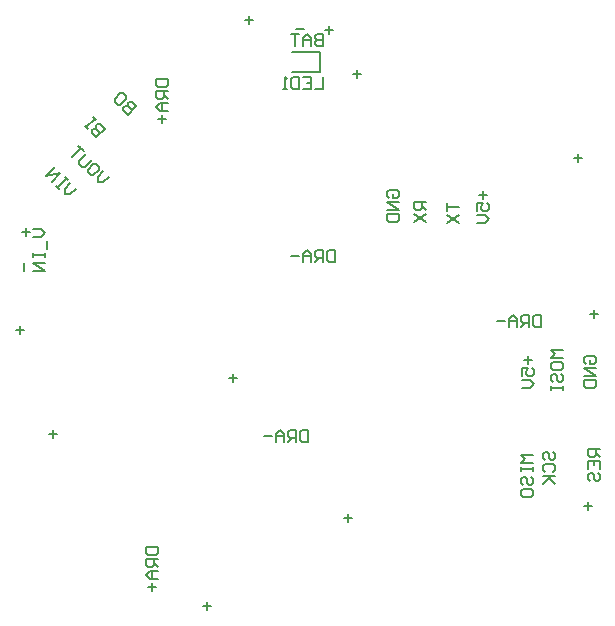
<source format=gbo>
G04 Layer_Color=32896*
%FSLAX24Y24*%
%MOIN*%
G70*
G01*
G75*
%ADD41C,0.0079*%
%ADD44C,0.0060*%
%ADD45C,0.0060*%
D41*
X-635Y8525D02*
X330D01*
Y9175D01*
X-635D02*
X330D01*
D44*
X4550Y4150D02*
Y3883D01*
Y4017D01*
X4950D01*
X4550Y3750D02*
X4950Y3484D01*
X4550D02*
X4950Y3750D01*
X3850Y4200D02*
X3450D01*
Y4000D01*
X3517Y3933D01*
X3650D01*
X3717Y4000D01*
Y4200D01*
Y4067D02*
X3850Y3933D01*
X3450Y3800D02*
X3850Y3534D01*
X3450D02*
X3850Y3800D01*
X5750Y4550D02*
Y4283D01*
X5617Y4417D02*
X5883D01*
X5550Y3884D02*
Y4150D01*
X5750D01*
X5683Y4017D01*
Y3950D01*
X5750Y3884D01*
X5883D01*
X5950Y3950D01*
Y4083D01*
X5883Y4150D01*
X5550Y3750D02*
X5817D01*
X5950Y3617D01*
X5817Y3484D01*
X5550D01*
X2617Y4333D02*
X2550Y4400D01*
Y4533D01*
X2617Y4600D01*
X2883D01*
X2950Y4533D01*
Y4400D01*
X2883Y4333D01*
X2750D01*
Y4467D01*
X2950Y4200D02*
X2550D01*
X2950Y3934D01*
X2550D01*
Y3800D02*
X2950D01*
Y3600D01*
X2883Y3534D01*
X2617D01*
X2550Y3600D01*
Y3800D01*
X-5817Y7383D02*
X-6100Y7100D01*
X-6241Y7241D01*
Y7336D01*
X-6194Y7383D01*
X-6100D01*
X-5959Y7241D01*
X-6100Y7383D01*
Y7477D01*
X-6053Y7524D01*
X-5959D01*
X-5817Y7383D01*
X-6241Y7807D02*
X-6147Y7713D01*
Y7618D01*
X-6336Y7430D01*
X-6430D01*
X-6524Y7524D01*
Y7618D01*
X-6336Y7807D01*
X-6241D01*
X-6867Y6633D02*
X-7150Y6350D01*
X-7291Y6491D01*
Y6586D01*
X-7244Y6633D01*
X-7150D01*
X-7009Y6491D01*
X-7150Y6633D01*
Y6727D01*
X-7103Y6774D01*
X-7009D01*
X-6867Y6633D01*
X-7150Y6916D02*
X-7244Y7010D01*
X-7197Y6963D01*
X-7480Y6680D01*
X-7433Y6633D01*
X-7527Y6727D01*
X-6717Y5033D02*
X-6906Y4844D01*
X-7094D01*
Y5033D01*
X-6906Y5221D01*
X-7141Y5457D02*
X-7047Y5363D01*
Y5268D01*
X-7236Y5080D01*
X-7330D01*
X-7424Y5174D01*
Y5268D01*
X-7236Y5457D01*
X-7141D01*
X-7283Y5598D02*
X-7518Y5363D01*
X-7613D01*
X-7707Y5457D01*
Y5551D01*
X-7471Y5787D01*
X-7566Y5881D02*
X-7754Y6070D01*
X-7660Y5975D01*
X-7943Y5692D01*
X-7817Y4633D02*
X-8006Y4444D01*
X-8194D01*
Y4633D01*
X-8006Y4821D01*
X-8100Y4915D02*
X-8194Y5010D01*
X-8147Y4963D01*
X-8430Y4680D01*
X-8383Y4633D01*
X-8477Y4727D01*
X-8618Y4868D02*
X-8336Y5151D01*
X-8807Y5057D01*
X-8524Y5340D01*
X9650Y-4050D02*
X9250D01*
Y-4250D01*
X9317Y-4317D01*
X9450D01*
X9517Y-4250D01*
Y-4050D01*
Y-4183D02*
X9650Y-4317D01*
X9250Y-4716D02*
Y-4450D01*
X9650D01*
Y-4716D01*
X9450Y-4450D02*
Y-4583D01*
X9317Y-5116D02*
X9250Y-5050D01*
Y-4916D01*
X9317Y-4850D01*
X9383D01*
X9450Y-4916D01*
Y-5050D01*
X9517Y-5116D01*
X9583D01*
X9650Y-5050D01*
Y-4916D01*
X9583Y-4850D01*
X7817Y-4417D02*
X7750Y-4350D01*
Y-4217D01*
X7817Y-4150D01*
X7883D01*
X7950Y-4217D01*
Y-4350D01*
X8017Y-4417D01*
X8083D01*
X8150Y-4350D01*
Y-4217D01*
X8083Y-4150D01*
X7817Y-4816D02*
X7750Y-4750D01*
Y-4617D01*
X7817Y-4550D01*
X8083D01*
X8150Y-4617D01*
Y-4750D01*
X8083Y-4816D01*
X7750Y-4950D02*
X8150D01*
X8017D01*
X7750Y-5216D01*
X7950Y-5016D01*
X8150Y-5216D01*
X7400Y-4250D02*
X7000D01*
X7133Y-4383D01*
X7000Y-4517D01*
X7400D01*
X7000Y-4650D02*
Y-4783D01*
Y-4717D01*
X7400D01*
Y-4650D01*
Y-4783D01*
X7067Y-5250D02*
X7000Y-5183D01*
Y-5050D01*
X7067Y-4983D01*
X7133D01*
X7200Y-5050D01*
Y-5183D01*
X7267Y-5250D01*
X7333D01*
X7400Y-5183D01*
Y-5050D01*
X7333Y-4983D01*
X7000Y-5583D02*
Y-5450D01*
X7067Y-5383D01*
X7333D01*
X7400Y-5450D01*
Y-5583D01*
X7333Y-5650D01*
X7067D01*
X7000Y-5583D01*
X8400Y-750D02*
X8000D01*
X8133Y-883D01*
X8000Y-1017D01*
X8400D01*
X8000Y-1350D02*
Y-1217D01*
X8067Y-1150D01*
X8333D01*
X8400Y-1217D01*
Y-1350D01*
X8333Y-1416D01*
X8067D01*
X8000Y-1350D01*
X8067Y-1816D02*
X8000Y-1750D01*
Y-1616D01*
X8067Y-1550D01*
X8133D01*
X8200Y-1616D01*
Y-1750D01*
X8267Y-1816D01*
X8333D01*
X8400Y-1750D01*
Y-1616D01*
X8333Y-1550D01*
X8000Y-1950D02*
Y-2083D01*
Y-2016D01*
X8400D01*
Y-1950D01*
Y-2083D01*
X7250Y-950D02*
Y-1217D01*
X7117Y-1083D02*
X7383D01*
X7050Y-1616D02*
Y-1350D01*
X7250D01*
X7183Y-1483D01*
Y-1550D01*
X7250Y-1616D01*
X7383D01*
X7450Y-1550D01*
Y-1417D01*
X7383Y-1350D01*
X7050Y-1750D02*
X7317D01*
X7450Y-1883D01*
X7317Y-2016D01*
X7050D01*
X9167Y-1217D02*
X9100Y-1150D01*
Y-1017D01*
X9167Y-950D01*
X9433D01*
X9500Y-1017D01*
Y-1150D01*
X9433Y-1217D01*
X9300D01*
Y-1083D01*
X9500Y-1350D02*
X9100D01*
X9500Y-1616D01*
X9100D01*
Y-1750D02*
X9500D01*
Y-1950D01*
X9433Y-2016D01*
X9167D01*
X9100Y-1950D01*
Y-1750D01*
X-2600Y-1550D02*
Y-1817D01*
X-2733Y-1683D02*
X-2467D01*
X-2050Y10400D02*
Y10133D01*
X-2183Y10267D02*
X-1917D01*
X1550Y8600D02*
Y8333D01*
X1417Y8467D02*
X1683D01*
X8900Y5800D02*
Y5533D01*
X8767Y5667D02*
X9033D01*
X9450Y600D02*
Y333D01*
X9317Y467D02*
X9583D01*
X9250Y-5800D02*
Y-6067D01*
X9117Y-5933D02*
X9383D01*
X1250Y-6200D02*
Y-6467D01*
X1117Y-6333D02*
X1383D01*
X-3450Y-9150D02*
Y-9417D01*
X-3583Y-9283D02*
X-3317D01*
X-8600Y-3400D02*
Y-3667D01*
X-8733Y-3533D02*
X-8467D01*
X-9700Y50D02*
Y-217D01*
X-9833Y-83D02*
X-9567D01*
X-9250Y3300D02*
X-8983D01*
X-8850Y3167D01*
X-8983Y3033D01*
X-9250D01*
X-8783Y2900D02*
Y2634D01*
X-9250Y2500D02*
Y2367D01*
Y2434D01*
X-8850D01*
Y2500D01*
Y2367D01*
Y2167D02*
X-9250D01*
X-8850Y1900D01*
X-9250D01*
X-9550Y2150D02*
Y1883D01*
X-9500Y3050D02*
Y3317D01*
X-9633Y3183D02*
X-9367D01*
X-500Y9950D02*
X-233D01*
X600Y10050D02*
Y9783D01*
X467Y9917D02*
X733D01*
X400Y9800D02*
Y9400D01*
X200D01*
X133Y9467D01*
Y9533D01*
X200Y9600D01*
X400D01*
X200D01*
X133Y9667D01*
Y9733D01*
X200Y9800D01*
X400D01*
X0Y9400D02*
Y9667D01*
X-133Y9800D01*
X-266Y9667D01*
Y9400D01*
Y9600D01*
X0D01*
X-400Y9800D02*
X-666D01*
X-533D01*
Y9400D01*
X-5150Y8300D02*
X-4750D01*
Y8100D01*
X-4817Y8033D01*
X-5083D01*
X-5150Y8100D01*
Y8300D01*
X-4750Y7900D02*
X-5150D01*
Y7700D01*
X-5083Y7634D01*
X-4950D01*
X-4883Y7700D01*
Y7900D01*
Y7767D02*
X-4750Y7634D01*
Y7500D02*
X-5017D01*
X-5150Y7367D01*
X-5017Y7234D01*
X-4750D01*
X-4950D01*
Y7500D01*
Y7100D02*
Y6834D01*
X-5083Y6967D02*
X-4817D01*
X-5500Y-7300D02*
X-5100D01*
Y-7500D01*
X-5167Y-7567D01*
X-5433D01*
X-5500Y-7500D01*
Y-7300D01*
X-5100Y-7700D02*
X-5500D01*
Y-7900D01*
X-5433Y-7966D01*
X-5300D01*
X-5233Y-7900D01*
Y-7700D01*
Y-7833D02*
X-5100Y-7966D01*
Y-8100D02*
X-5367D01*
X-5500Y-8233D01*
X-5367Y-8366D01*
X-5100D01*
X-5300D01*
Y-8100D01*
Y-8500D02*
Y-8766D01*
X-5433Y-8633D02*
X-5167D01*
X818Y2585D02*
Y2185D01*
X618D01*
X552Y2252D01*
Y2518D01*
X618Y2585D01*
X818D01*
X418Y2185D02*
Y2585D01*
X218D01*
X152Y2518D01*
Y2385D01*
X218Y2318D01*
X418D01*
X285D02*
X152Y2185D01*
X19D02*
Y2452D01*
X-115Y2585D01*
X-248Y2452D01*
Y2185D01*
Y2385D01*
X19D01*
X-381D02*
X-648D01*
X-82Y-3415D02*
Y-3815D01*
X-282D01*
X-348Y-3748D01*
Y-3482D01*
X-282Y-3415D01*
X-82D01*
X-482Y-3815D02*
Y-3415D01*
X-682D01*
X-748Y-3482D01*
Y-3615D01*
X-682Y-3682D01*
X-482D01*
X-615D02*
X-748Y-3815D01*
X-881D02*
Y-3548D01*
X-1015Y-3415D01*
X-1148Y-3548D01*
Y-3815D01*
Y-3615D01*
X-881D01*
X-1281D02*
X-1548D01*
X7668Y435D02*
Y35D01*
X7468D01*
X7402Y102D01*
Y368D01*
X7468Y435D01*
X7668D01*
X7268Y35D02*
Y435D01*
X7068D01*
X7002Y368D01*
Y235D01*
X7068Y168D01*
X7268D01*
X7135D02*
X7002Y35D01*
X6869D02*
Y302D01*
X6735Y435D01*
X6602Y302D01*
Y35D01*
Y235D01*
X6869D01*
X6469D02*
X6202D01*
D45*
X400Y8344D02*
Y7950D01*
X138D01*
X-256Y8344D02*
X6D01*
Y7950D01*
X-256D01*
X6Y8147D02*
X-125D01*
X-387Y8344D02*
Y7950D01*
X-584D01*
X-650Y8016D01*
Y8278D01*
X-584Y8344D01*
X-387D01*
X-781Y7950D02*
X-912D01*
X-846D01*
Y8344D01*
X-781Y8278D01*
M02*

</source>
